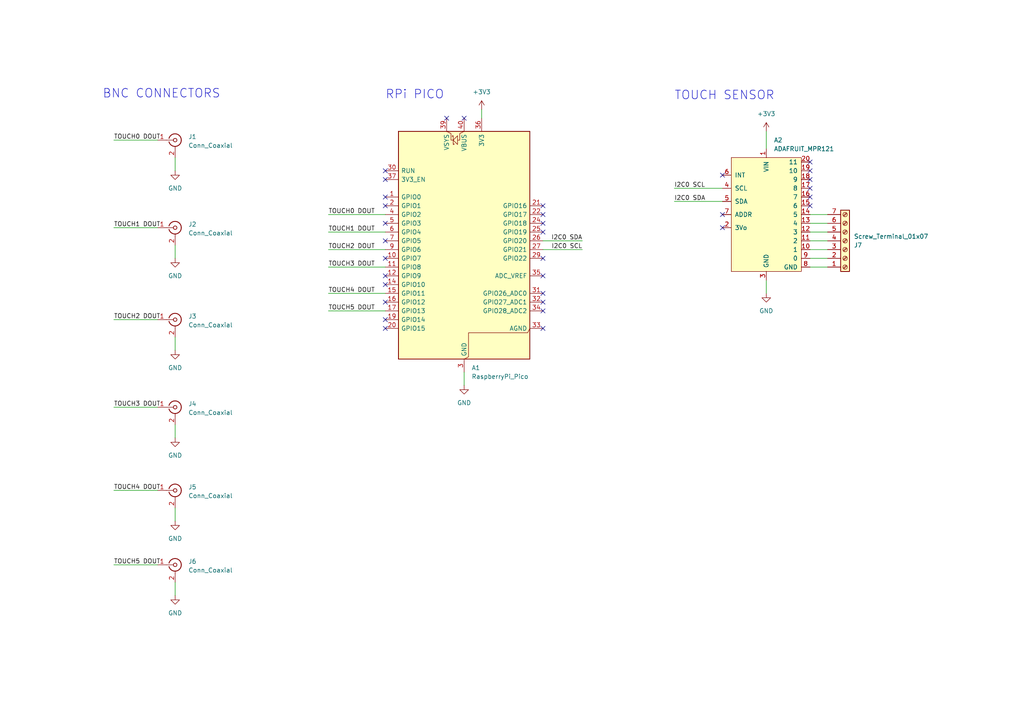
<source format=kicad_sch>
(kicad_sch (version 20250114) (generator "eeschema") (generator_version "9.0")
  (paper "A4")
  (title_block (title "Lick sensor, 6 bottles, BNC output") (date "2025-10-27") (rev "1.0"))
  (lib_symbols
    (symbol "AG_Sensor:ADAFRUIT_MPR121" (pin_names (offset 1.016))
      (property "Reference" "A" (at 5.08 13.97 0))
      (property "Value" "ADAFRUIT_MPR121" (at 2.54 16.51 0))
      (symbol "ADAFRUIT_MPR121_1_1"
        (rectangle (start -8.89 11.43) (end 11.43 -21.59) (fill (type background)))
        (pin passive line (at -11.43 6.35 0) (length 2.54) (name "INT") (number "6"))
        (pin passive line (at -11.43 2.54 0) (length 2.54) (name "SCL") (number "4"))
        (pin passive line (at -11.43 -1.27 0) (length 2.54) (name "SDA") (number "5"))
        (pin passive line (at -11.43 -5.08 0) (length 2.54) (name "ADDR") (number "7"))
        (pin power_out line (at -11.43 -8.89 0) (length 2.54) (name "3Vo") (number "2"))
        (pin power_in line (at 1.27 13.97 270) (length 2.54) (name "VIN") (number "1"))
        (pin power_in line (at 1.27 -24.13 90) (length 2.54) (name "GND") (number "3"))
        (pin passive line (at 13.97 10.16 180) (length 2.54) (name "11") (number "20"))
        (pin passive line (at 13.97 7.62 180) (length 2.54) (name "10") (number "19"))
        (pin passive line (at 13.97 5.08 180) (length 2.54) (name "9") (number "18"))
        (pin passive line (at 13.97 2.54 180) (length 2.54) (name "8") (number "17"))
        (pin passive line (at 13.97 0 180) (length 2.54) (name "7") (number "16"))
        (pin passive line (at 13.97 -2.54 180) (length 2.54) (name "6") (number "15"))
        (pin passive line (at 13.97 -5.08 180) (length 2.54) (name "5") (number "14"))
        (pin passive line (at 13.97 -7.62 180) (length 2.54) (name "4") (number "13"))
        (pin passive line (at 13.97 -10.16 180) (length 2.54) (name "3") (number "12"))
        (pin passive line (at 13.97 -12.7 180) (length 2.54) (name "2") (number "11"))
        (pin passive line (at 13.97 -15.24 180) (length 2.54) (name "1") (number "10"))
        (pin passive line (at 13.97 -17.78 180) (length 2.54) (name "0") (number "9"))
        (pin power_in line (at 13.97 -20.32 180) (length 2.54) (name "GND") (number "8"))
      )
    )
    (symbol "Connector:Conn_Coaxial" (pin_names (offset 1.016) (hide yes))
      (property "Reference" "J" (at 0.254 3.048 0))
      (property "Value" "Conn_Coaxial" (at 2.921 0 90))
      (symbol "Conn_Coaxial_0_1"
        (polyline (pts (xy -2.54 0) (xy -0.508 0)))
        (arc (start 1.778 0) (mid 0.222 -1.8079) (end -1.778 -0.508) (stroke (width 0.254)))
        (arc (start -1.778 0.508) (mid 0.2221 1.8084) (end 1.778 0) (stroke (width 0.254)))
        (circle (center 0 0) (radius 0.508) (stroke (width 0.2032)))
        (polyline (pts (xy 0 -2.54) (xy 0 -1.778)))
      )
      (symbol "Conn_Coaxial_1_1"
        (pin passive line (at -5.08 0 0) (length 2.54) (name "In") (number "1"))
        (pin passive line (at 0 -5.08 90) (length 2.54) (name "Ext") (number "2"))
      )
    )
    (symbol "Connector:Screw_Terminal_01x07" (pin_names (offset 1.016) (hide yes))
      (property "Reference" "J" (at 0 10.16 0))
      (property "Value" "Screw_Terminal_01x07" (at 0 -10.16 0))
      (symbol "Screw_Terminal_01x07_1_1"
        (rectangle (start -1.27 8.89) (end 1.27 -8.89) (stroke (width 0.254)) (fill (type background)))
        (polyline (pts (xy -0.5334 7.9502) (xy 0.3302 7.112)) (stroke (width 0.1524)))
        (polyline (pts (xy -0.5334 5.4102) (xy 0.3302 4.572)) (stroke (width 0.1524)))
        (polyline (pts (xy -0.5334 2.8702) (xy 0.3302 2.032)) (stroke (width 0.1524)))
        (polyline (pts (xy -0.5334 0.3302) (xy 0.3302 -0.508)) (stroke (width 0.1524)))
        (polyline (pts (xy -0.5334 -2.2098) (xy 0.3302 -3.048)) (stroke (width 0.1524)))
        (polyline (pts (xy -0.5334 -4.7498) (xy 0.3302 -5.588)) (stroke (width 0.1524)))
        (polyline (pts (xy -0.5334 -7.2898) (xy 0.3302 -8.128)) (stroke (width 0.1524)))
        (polyline (pts (xy -0.3556 8.128) (xy 0.508 7.2898)) (stroke (width 0.1524)))
        (polyline (pts (xy -0.3556 5.588) (xy 0.508 4.7498)) (stroke (width 0.1524)))
        (polyline (pts (xy -0.3556 3.048) (xy 0.508 2.2098)) (stroke (width 0.1524)))
        (polyline (pts (xy -0.3556 0.508) (xy 0.508 -0.3302)) (stroke (width 0.1524)))
        (polyline (pts (xy -0.3556 -2.032) (xy 0.508 -2.8702)) (stroke (width 0.1524)))
        (polyline (pts (xy -0.3556 -4.572) (xy 0.508 -5.4102)) (stroke (width 0.1524)))
        (polyline (pts (xy -0.3556 -7.112) (xy 0.508 -7.9502)) (stroke (width 0.1524)))
        (circle (center 0 7.62) (radius 0.635) (stroke (width 0.1524)))
        (circle (center 0 5.08) (radius 0.635) (stroke (width 0.1524)))
        (circle (center 0 2.54) (radius 0.635) (stroke (width 0.1524)))
        (circle (center 0 0) (radius 0.635) (stroke (width 0.1524)))
        (circle (center 0 -2.54) (radius 0.635) (stroke (width 0.1524)))
        (circle (center 0 -5.08) (radius 0.635) (stroke (width 0.1524)))
        (circle (center 0 -7.62) (radius 0.635) (stroke (width 0.1524)))
        (pin passive line (at -5.08 7.62 0) (length 3.81) (name "Pin_1") (number "1"))
        (pin passive line (at -5.08 5.08 0) (length 3.81) (name "Pin_2") (number "2"))
        (pin passive line (at -5.08 2.54 0) (length 3.81) (name "Pin_3") (number "3"))
        (pin passive line (at -5.08 0 0) (length 3.81) (name "Pin_4") (number "4"))
        (pin passive line (at -5.08 -2.54 0) (length 3.81) (name "Pin_5") (number "5"))
        (pin passive line (at -5.08 -5.08 0) (length 3.81) (name "Pin_6") (number "6"))
        (pin passive line (at -5.08 -7.62 0) (length 3.81) (name "Pin_7") (number "7"))
      )
    )
    (symbol "MCU_Module:RaspberryPi_Pico" (pin_names (offset 0.762))
      (property "Reference" "A" (at -19.05 35.56 0))
      (property "Value" "RaspberryPi_Pico" (at 7.62 35.56 0))
      (symbol "RaspberryPi_Pico_0_1"
        (rectangle (start -19.05 34.29) (end 19.05 -31.75) (stroke (width 0.254)) (fill (type background)))
        (polyline (pts (xy -5.08 34.29) (xy -3.81 33.655) (xy -3.81 31.75) (xy -3.175 31.75)))
        (polyline (pts (xy -3.429 32.766) (xy -3.429 33.02) (xy -3.175 33.02) (xy -3.175 30.48) (xy -2.921 30.48) (xy -2.921 30.734)))
        (polyline (pts (xy -3.175 31.75) (xy -1.905 33.02) (xy -1.905 30.48) (xy -3.175 31.75)))
        (polyline (pts (xy 0 34.29) (xy -1.27 33.655) (xy -1.27 31.75) (xy -1.905 31.75)))
        (polyline (pts (xy 0 -31.75) (xy 1.27 -31.115) (xy 1.27 -24.13) (xy 18.415 -24.13) (xy 19.05 -22.86)))
      )
      (symbol "RaspberryPi_Pico_1_1"
        (pin passive line (at -22.86 22.86 0) (length 3.81) (name "RUN") (number "30"))
        (pin passive line (at -22.86 20.32 0) (length 3.81) (name "3V3_EN") (number "37"))
        (pin bidirectional line (at -22.86 15.24 0) (length 3.81) (name "GPIO0") (number "1"))
        (pin bidirectional line (at -22.86 12.7 0) (length 3.81) (name "GPIO1") (number "2"))
        (pin bidirectional line (at -22.86 10.16 0) (length 3.81) (name "GPIO2") (number "4"))
        (pin bidirectional line (at -22.86 7.62 0) (length 3.81) (name "GPIO3") (number "5"))
        (pin bidirectional line (at -22.86 5.08 0) (length 3.81) (name "GPIO4") (number "6"))
        (pin bidirectional line (at -22.86 2.54 0) (length 3.81) (name "GPIO5") (number "7"))
        (pin bidirectional line (at -22.86 0 0) (length 3.81) (name "GPIO6") (number "9"))
        (pin bidirectional line (at -22.86 -2.54 0) (length 3.81) (name "GPIO7") (number "10"))
        (pin bidirectional line (at -22.86 -5.08 0) (length 3.81) (name "GPIO8") (number "11"))
        (pin bidirectional line (at -22.86 -7.62 0) (length 3.81) (name "GPIO9") (number "12"))
        (pin bidirectional line (at -22.86 -10.16 0) (length 3.81) (name "GPIO10") (number "14"))
        (pin bidirectional line (at -22.86 -12.7 0) (length 3.81) (name "GPIO11") (number "15"))
        (pin bidirectional line (at -22.86 -15.24 0) (length 3.81) (name "GPIO12") (number "16"))
        (pin bidirectional line (at -22.86 -17.78 0) (length 3.81) (name "GPIO13") (number "17"))
        (pin bidirectional line (at -22.86 -20.32 0) (length 3.81) (name "GPIO14") (number "19"))
        (pin bidirectional line (at -22.86 -22.86 0) (length 3.81) (name "GPIO15") (number "20"))
        (pin power_in line (at -5.08 38.1 270) (length 3.81) (name "VSYS") (number "39"))
        (pin power_out line (at 0 38.1 270) (length 3.81) (name "VBUS") (number "40"))
        (pin passive line (at 0 -35.56 90) (length 3.81) (hide yes) (name "GND") (number "13"))
        (pin passive line (at 0 -35.56 90) (length 3.81) (hide yes) (name "GND") (number "18"))
        (pin passive line (at 0 -35.56 90) (length 3.81) (hide yes) (name "GND") (number "23"))
        (pin passive line (at 0 -35.56 90) (length 3.81) (hide yes) (name "GND") (number "28"))
        (pin power_out line (at 0 -35.56 90) (length 3.81) (name "GND") (number "3"))
        (pin passive line (at 0 -35.56 90) (length 3.81) (hide yes) (name "GND") (number "38"))
        (pin passive line (at 0 -35.56 90) (length 3.81) (hide yes) (name "GND") (number "8"))
        (pin power_out line (at 5.08 38.1 270) (length 3.81) (name "3V3") (number "36"))
        (pin bidirectional line (at 22.86 12.7 180) (length 3.81) (name "GPIO16") (number "21"))
        (pin bidirectional line (at 22.86 10.16 180) (length 3.81) (name "GPIO17") (number "22"))
        (pin bidirectional line (at 22.86 7.62 180) (length 3.81) (name "GPIO18") (number "24"))
        (pin bidirectional line (at 22.86 5.08 180) (length 3.81) (name "GPIO19") (number "25"))
        (pin bidirectional line (at 22.86 2.54 180) (length 3.81) (name "GPIO20") (number "26"))
        (pin bidirectional line (at 22.86 0 180) (length 3.81) (name "GPIO21") (number "27"))
        (pin bidirectional line (at 22.86 -2.54 180) (length 3.81) (name "GPIO22") (number "29"))
        (pin power_in line (at 22.86 -7.62 180) (length 3.81) (name "ADC_VREF") (number "35"))
        (pin bidirectional line (at 22.86 -12.7 180) (length 3.81) (name "GPIO26_ADC0") (number "31"))
        (pin bidirectional line (at 22.86 -15.24 180) (length 3.81) (name "GPIO27_ADC1") (number "32"))
        (pin bidirectional line (at 22.86 -17.78 180) (length 3.81) (name "GPIO28_ADC2") (number "34"))
        (pin power_out line (at 22.86 -22.86 180) (length 3.81) (name "AGND") (number "33"))
      )
    )
    (symbol "power:+3V3" (power) (pin_numbers (hide yes)) (pin_names (offset 0) (hide yes))
      (property "Value" "+3V3" (at 0 3.556 0))
      (symbol "+3V3_0_1"
        (polyline (pts (xy -0.762 1.27) (xy 0 2.54)))
        (polyline (pts (xy 0 2.54) (xy 0.762 1.27)))
        (polyline (pts (xy 0 0) (xy 0 2.54)))
      )
      (symbol "+3V3_1_1"
        (pin power_in line (at 0 0 90) (length 0) (name "~") (number "1"))
      )
    )
    (symbol "power:GND" (power) (pin_numbers (hide yes)) (pin_names (offset 0) (hide yes))
      (property "Value" "GND" (at 0 -3.81 0))
      (symbol "GND_0_1"
        (polyline (pts (xy 0 0) (xy 0 -1.27) (xy 1.27 -1.27) (xy 0 -2.54) (xy -1.27 -1.27) (xy 0 -1.27)))
      )
      (symbol "GND_1_1"
        (pin power_in line (at 0 0 270) (length 0) (name "~") (number "1"))
      )
    )
  )
  (text "BNC CONNECTORS" (at 29.718 28.702 0) (effects (font (size 2.5 2.5)) (justify left bottom)))
  (text "TOUCH SENSOR" (at 195.58 29.21 0) (effects (font (size 2.5 2.5)) (justify left bottom)))
  (text "RPi PICO" (at 111.76 28.956 0) (effects (font (size 2.5 2.5)) (justify left bottom)))
  (no_connect (at 157.48 80.01))
  (no_connect (at 111.76 69.85))
  (no_connect (at 111.76 49.53))
  (no_connect (at 234.95 49.53))
  (no_connect (at 111.76 95.25))
  (no_connect (at 157.48 67.31))
  (no_connect (at 111.76 87.63))
  (no_connect (at 111.76 57.15))
  (no_connect (at 157.48 95.25))
  (no_connect (at 111.76 80.01))
  (no_connect (at 129.54 34.29))
  (no_connect (at 157.48 62.23))
  (no_connect (at 209.55 50.8))
  (no_connect (at 157.48 64.77))
  (no_connect (at 157.48 87.63))
  (no_connect (at 209.55 62.23))
  (no_connect (at 111.76 52.07))
  (no_connect (at 111.76 64.77))
  (no_connect (at 111.76 74.93))
  (no_connect (at 234.95 46.99))
  (no_connect (at 234.95 57.15))
  (no_connect (at 157.48 90.17))
  (no_connect (at 234.95 54.61))
  (no_connect (at 234.95 59.69))
  (no_connect (at 111.76 59.69))
  (no_connect (at 157.48 85.09))
  (no_connect (at 157.48 59.69))
  (no_connect (at 234.95 52.07))
  (no_connect (at 209.55 66.04))
  (no_connect (at 111.76 82.55))
  (no_connect (at 157.48 74.93))
  (no_connect (at 134.62 34.29))
  (no_connect (at 111.76 92.71))
  (wire (pts (xy 195.58 58.42) (xy 209.55 58.42)))
  (wire (pts (xy 234.95 64.77) (xy 240.03 64.77)))
  (wire (pts (xy 33.02 92.71) (xy 45.72 92.71)))
  (wire (pts (xy 139.7 31.75) (xy 139.7 34.29)))
  (wire (pts (xy 50.8 147.32) (xy 50.8 151.13)))
  (wire (pts (xy 50.8 45.72) (xy 50.8 49.53)))
  (wire (pts (xy 95.25 67.31) (xy 111.76 67.31)))
  (wire (pts (xy 33.02 118.11) (xy 45.72 118.11)))
  (wire (pts (xy 222.25 81.28) (xy 222.25 85.09)))
  (wire (pts (xy 50.8 71.12) (xy 50.8 74.93)))
  (wire (pts (xy 95.25 85.09) (xy 111.76 85.09)))
  (wire (pts (xy 157.48 69.85) (xy 168.91 69.85)))
  (wire (pts (xy 157.48 72.39) (xy 168.91 72.39)))
  (wire (pts (xy 33.02 40.64) (xy 45.72 40.64)))
  (wire (pts (xy 234.95 74.93) (xy 240.03 74.93)))
  (wire (pts (xy 222.25 38.1) (xy 222.25 43.18)))
  (wire (pts (xy 95.25 72.39) (xy 111.76 72.39)))
  (wire (pts (xy 234.95 77.47) (xy 240.03 77.47)))
  (wire (pts (xy 50.8 168.91) (xy 50.8 172.72)))
  (wire (pts (xy 33.02 163.83) (xy 45.72 163.83)))
  (wire (pts (xy 234.95 72.39) (xy 240.03 72.39)))
  (wire (pts (xy 95.25 77.47) (xy 111.76 77.47)))
  (wire (pts (xy 234.95 62.23) (xy 240.03 62.23)))
  (wire (pts (xy 50.8 123.19) (xy 50.8 127)))
  (wire (pts (xy 95.25 62.23) (xy 111.76 62.23)))
  (wire (pts (xy 234.95 67.31) (xy 240.03 67.31)))
  (wire (pts (xy 33.02 66.04) (xy 45.72 66.04)))
  (wire (pts (xy 134.62 107.95) (xy 134.62 111.76)))
  (wire (pts (xy 95.25 90.17) (xy 111.76 90.17)))
  (wire (pts (xy 50.8 97.79) (xy 50.8 101.6)))
  (wire (pts (xy 195.58 54.61) (xy 209.55 54.61)))
  (wire (pts (xy 33.02 142.24) (xy 45.72 142.24)))
  (wire (pts (xy 234.95 69.85) (xy 240.03 69.85)))
  (label "TOUCH1 DOUT" (at 95.25 67.31 0))
  (label "TOUCH2 DOUT" (at 33.02 92.71 0))
  (label "I2C0 SCL" (at 195.58 54.61 0))
  (label "TOUCH1 DOUT" (at 33.02 66.04 0))
  (label "TOUCH3 DOUT" (at 95.25 77.47 0))
  (label "TOUCH4 DOUT" (at 95.25 85.09 0))
  (label "I2C0 SDA" (at 168.91 69.85 180))
  (label "TOUCH4 DOUT" (at 33.02 142.24 0))
  (label "TOUCH5 DOUT" (at 33.02 163.83 0))
  (label "TOUCH3 DOUT" (at 33.02 118.11 0))
  (label "I2C0 SDA" (at 195.58 58.42 0))
  (label "TOUCH2 DOUT" (at 95.25 72.39 0))
  (label "TOUCH0 DOUT" (at 33.02 40.64 0))
  (label "I2C0 SCL" (at 168.91 72.39 180))
  (label "TOUCH5 DOUT" (at 95.25 90.17 0))
  (label "TOUCH0 DOUT" (at 95.25 62.23 0))
  (symbol (lib_id "AG_Sensor:ADAFRUIT_MPR121") (at 220.98 57.15 0) (unit 1)
    (property "Reference" "A2" (at 224.4441 40.64 0) (effects (justify left)))
    (property "Value" "ADAFRUIT_MPR121" (at 224.4441 43.18 0) (effects (justify left)))
    (property "Footprint" "AG_Sensor:ADAFRUIT_MPR121" (effects (hide yes)))
    (property "Description" "Touch sensor board" (effects (hide yes)))
  )
  (symbol (lib_id "Connector:Conn_Coaxial") (at 50.8 66.04 0) (unit 1)
    (property "Reference" "J2" (at 54.61 65.0632 0) (effects (justify left)))
    (property "Value" "Conn_Coaxial" (at 54.61 67.6032 0) (effects (justify left)))
    (property "Footprint" "Connector_Coaxial:BNC_Amphenol_B6252HB-NPP3G-50_Horizontal" (effects (hide yes)))
    (property "Description" "coaxial connector (BNC, SMA, SMB, SMC, Cinch/RCA, LEMO, ...)" (effects (hide yes)))
  )
  (symbol (lib_id "power:GND") (at 222.25 85.09 0) (unit 1)
    (property "Reference" "#PWR012" (effects (hide yes)))
    (property "Value" "GND" (at 222.25 90.17 0))
    (property "Description" "Power symbol creates a global label with name \"GND\" , ground" (effects (hide yes)))
  )
  (symbol (lib_id "power:GND") (at 50.8 172.72 0) (unit 1)
    (property "Reference" "#PWR06" (effects (hide yes)))
    (property "Value" "GND" (at 50.8 177.8 0))
    (property "Description" "Power symbol creates a global label with name \"GND\" , ground" (effects (hide yes)))
  )
  (symbol (lib_id "Connector:Screw_Terminal_01x07") (at 245.11 69.85 0) (mirror x) (unit 1)
    (property "Reference" "J7" (at 247.65 71.1201 0) (effects (justify left)))
    (property "Value" "Screw_Terminal_01x07" (at 247.65 68.5801 0) (effects (justify left)))
    (property "Footprint" "TerminalBlock_Phoenix:TerminalBlock_Phoenix_MPT-0,5-7-2.54_1x07_P2.54mm_Horizontal" (effects (hide yes)))
    (property "Description" "Generic screw terminal, single row, 01x07, script generated (kicad-library-utils/schlib/autogen/connector/)" (effects (hide yes)))
  )
  (symbol (lib_id "power:+3V3") (at 139.7 31.75 0) (unit 1)
    (property "Reference" "#PWR08" (effects (hide yes)))
    (property "Value" "+3V3" (at 139.7 26.67 0))
    (property "Description" "Power symbol creates a global label with name \"+3V3\"" (effects (hide yes)))
  )
  (symbol (lib_id "power:GND") (at 134.62 111.76 0) (unit 1)
    (property "Reference" "#PWR07" (effects (hide yes)))
    (property "Value" "GND" (at 134.62 116.84 0))
    (property "Description" "Power symbol creates a global label with name \"GND\" , ground" (effects (hide yes)))
  )
  (symbol (lib_id "Connector:Conn_Coaxial") (at 50.8 163.83 0) (unit 1)
    (property "Reference" "J6" (at 54.61 162.8532 0) (effects (justify left)))
    (property "Value" "Conn_Coaxial" (at 54.61 165.3932 0) (effects (justify left)))
    (property "Footprint" "Connector_Coaxial:BNC_Amphenol_B6252HB-NPP3G-50_Horizontal" (effects (hide yes)))
    (property "Description" "coaxial connector (BNC, SMA, SMB, SMC, Cinch/RCA, LEMO, ...)" (effects (hide yes)))
  )
  (symbol (lib_id "Connector:Conn_Coaxial") (at 50.8 40.64 0) (unit 1)
    (property "Reference" "J1" (at 54.61 39.6632 0) (effects (justify left)))
    (property "Value" "Conn_Coaxial" (at 54.61 42.2032 0) (effects (justify left)))
    (property "Footprint" "Connector_Coaxial:BNC_Amphenol_B6252HB-NPP3G-50_Horizontal" (effects (hide yes)))
    (property "Description" "coaxial connector (BNC, SMA, SMB, SMC, Cinch/RCA, LEMO, ...)" (effects (hide yes)))
  )
  (symbol (lib_id "Connector:Conn_Coaxial") (at 50.8 92.71 0) (unit 1)
    (property "Reference" "J3" (at 54.61 91.7332 0) (effects (justify left)))
    (property "Value" "Conn_Coaxial" (at 54.61 94.2732 0) (effects (justify left)))
    (property "Footprint" "Connector_Coaxial:BNC_Amphenol_B6252HB-NPP3G-50_Horizontal" (effects (hide yes)))
    (property "Description" "coaxial connector (BNC, SMA, SMB, SMC, Cinch/RCA, LEMO, ...)" (effects (hide yes)))
  )
  (symbol (lib_id "Connector:Conn_Coaxial") (at 50.8 142.24 0) (unit 1)
    (property "Reference" "J5" (at 54.61 141.2632 0) (effects (justify left)))
    (property "Value" "Conn_Coaxial" (at 54.61 143.8032 0) (effects (justify left)))
    (property "Footprint" "Connector_Coaxial:BNC_Amphenol_B6252HB-NPP3G-50_Horizontal" (effects (hide yes)))
    (property "Description" "coaxial connector (BNC, SMA, SMB, SMC, Cinch/RCA, LEMO, ...)" (effects (hide yes)))
  )
  (symbol (lib_id "power:GND") (at 50.8 49.53 0) (unit 1)
    (property "Reference" "#PWR01" (effects (hide yes)))
    (property "Value" "GND" (at 50.8 54.61 0))
    (property "Description" "Power symbol creates a global label with name \"GND\" , ground" (effects (hide yes)))
  )
  (symbol (lib_id "MCU_Module:RaspberryPi_Pico") (at 134.62 72.39 0) (unit 1)
    (property "Reference" "A1" (at 136.7633 106.68 0) (effects (justify left)))
    (property "Value" "RaspberryPi_Pico" (at 136.7633 109.22 0) (effects (justify left)))
    (property "Footprint" "Module:RaspberryPi_Pico_Common_THT" (effects (hide yes)))
    (property "Datasheet" "https://datasheets.raspberrypi.com/pico/pico-datasheet.pdf" (effects (hide yes)))
    (property "Description" "Versatile and inexpensive microcontroller module powered by RP2040 dual-core Arm Cortex-M0+ processor up to 133 MHz, 264kB SRAM, 2MB QSPI flash; also supports Raspberry Pi Pico 2" (effects (hide yes)))
  )
  (symbol (lib_id "power:GND") (at 50.8 74.93 0) (unit 1)
    (property "Reference" "#PWR02" (effects (hide yes)))
    (property "Value" "GND" (at 50.8 80.01 0))
    (property "Description" "Power symbol creates a global label with name \"GND\" , ground" (effects (hide yes)))
  )
  (symbol (lib_id "power:GND") (at 50.8 151.13 0) (unit 1)
    (property "Reference" "#PWR05" (effects (hide yes)))
    (property "Value" "GND" (at 50.8 156.21 0))
    (property "Description" "Power symbol creates a global label with name \"GND\" , ground" (effects (hide yes)))
  )
  (symbol (lib_id "power:+3V3") (at 222.25 38.1 0) (unit 1)
    (property "Reference" "#PWR011" (effects (hide yes)))
    (property "Value" "+3V3" (at 222.25 33.02 0))
    (property "Description" "Power symbol creates a global label with name \"+3V3\"" (effects (hide yes)))
  )
  (symbol (lib_id "Connector:Conn_Coaxial") (at 50.8 118.11 0) (unit 1)
    (property "Reference" "J4" (at 54.61 117.1332 0) (effects (justify left)))
    (property "Value" "Conn_Coaxial" (at 54.61 119.6732 0) (effects (justify left)))
    (property "Footprint" "Connector_Coaxial:BNC_Amphenol_B6252HB-NPP3G-50_Horizontal" (effects (hide yes)))
    (property "Description" "coaxial connector (BNC, SMA, SMB, SMC, Cinch/RCA, LEMO, ...)" (effects (hide yes)))
  )
  (symbol (lib_id "power:GND") (at 50.8 101.6 0) (unit 1)
    (property "Reference" "#PWR03" (effects (hide yes)))
    (property "Value" "GND" (at 50.8 106.68 0))
    (property "Description" "Power symbol creates a global label with name \"GND\" , ground" (effects (hide yes)))
  )
  (symbol (lib_id "power:GND") (at 50.8 127 0) (unit 1)
    (property "Reference" "#PWR04" (effects (hide yes)))
    (property "Value" "GND" (at 50.8 132.08 0))
    (property "Description" "Power symbol creates a global label with name \"GND\" , ground" (effects (hide yes)))
  )
)
</source>
